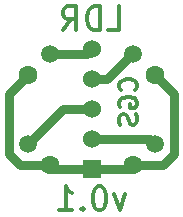
<source format=gbl>
G04 (created by PCBNEW (2013-mar-13)-testing) date vie 14 jun 2013 18:20:00 CEST*
%MOIN*%
G04 Gerber Fmt 3.4, Leading zero omitted, Abs format*
%FSLAX34Y34*%
G01*
G70*
G90*
G04 APERTURE LIST*
%ADD10C,0.005906*%
%ADD11C,0.011811*%
%ADD12C,0.062992*%
%ADD13C,0.059055*%
%ADD14R,0.060000X0.060000*%
%ADD15C,0.060000*%
%ADD16C,0.031496*%
G04 APERTURE END LIST*
G54D10*
G54D11*
X80710Y-56606D02*
X80739Y-56578D01*
X80767Y-56493D01*
X80767Y-56437D01*
X80739Y-56353D01*
X80682Y-56296D01*
X80626Y-56268D01*
X80514Y-56240D01*
X80429Y-56240D01*
X80317Y-56268D01*
X80260Y-56296D01*
X80204Y-56353D01*
X80176Y-56437D01*
X80176Y-56493D01*
X80204Y-56578D01*
X80232Y-56606D01*
X80204Y-57168D02*
X80176Y-57112D01*
X80176Y-57028D01*
X80204Y-56943D01*
X80260Y-56887D01*
X80317Y-56859D01*
X80429Y-56831D01*
X80514Y-56831D01*
X80626Y-56859D01*
X80682Y-56887D01*
X80739Y-56943D01*
X80767Y-57028D01*
X80767Y-57084D01*
X80739Y-57168D01*
X80710Y-57196D01*
X80514Y-57196D01*
X80514Y-57084D01*
X80739Y-57421D02*
X80767Y-57506D01*
X80767Y-57646D01*
X80739Y-57703D01*
X80710Y-57731D01*
X80654Y-57759D01*
X80598Y-57759D01*
X80542Y-57731D01*
X80514Y-57703D01*
X80485Y-57646D01*
X80457Y-57534D01*
X80429Y-57478D01*
X80401Y-57449D01*
X80345Y-57421D01*
X80289Y-57421D01*
X80232Y-57449D01*
X80204Y-57478D01*
X80176Y-57534D01*
X80176Y-57674D01*
X80204Y-57759D01*
X80374Y-60081D02*
X80187Y-60606D01*
X79999Y-60081D01*
X79549Y-59818D02*
X79474Y-59818D01*
X79399Y-59856D01*
X79362Y-59893D01*
X79324Y-59968D01*
X79287Y-60118D01*
X79287Y-60306D01*
X79324Y-60456D01*
X79362Y-60531D01*
X79399Y-60568D01*
X79474Y-60606D01*
X79549Y-60606D01*
X79624Y-60568D01*
X79662Y-60531D01*
X79699Y-60456D01*
X79737Y-60306D01*
X79737Y-60118D01*
X79699Y-59968D01*
X79662Y-59893D01*
X79624Y-59856D01*
X79549Y-59818D01*
X78950Y-60531D02*
X78912Y-60568D01*
X78950Y-60606D01*
X78987Y-60568D01*
X78950Y-60531D01*
X78950Y-60606D01*
X78162Y-60606D02*
X78612Y-60606D01*
X78387Y-60606D02*
X78387Y-59818D01*
X78462Y-59931D01*
X78537Y-60006D01*
X78612Y-60043D01*
X79793Y-54606D02*
X80168Y-54606D01*
X80168Y-53818D01*
X79531Y-54606D02*
X79531Y-53818D01*
X79343Y-53818D01*
X79231Y-53856D01*
X79156Y-53931D01*
X79118Y-54006D01*
X79081Y-54156D01*
X79081Y-54268D01*
X79118Y-54418D01*
X79156Y-54493D01*
X79231Y-54568D01*
X79343Y-54606D01*
X79531Y-54606D01*
X78293Y-54606D02*
X78556Y-54231D01*
X78743Y-54606D02*
X78743Y-53818D01*
X78443Y-53818D01*
X78368Y-53856D01*
X78331Y-53893D01*
X78293Y-53968D01*
X78293Y-54081D01*
X78331Y-54156D01*
X78368Y-54193D01*
X78443Y-54231D01*
X78743Y-54231D01*
G54D12*
X77146Y-56103D03*
G54D13*
X77853Y-55396D03*
G54D12*
X81353Y-56103D03*
G54D13*
X80646Y-55396D03*
G54D12*
X77853Y-59103D03*
G54D13*
X77146Y-58396D03*
G54D12*
X80646Y-59103D03*
G54D13*
X81353Y-58396D03*
G54D14*
X79250Y-59250D03*
G54D15*
X79250Y-58250D03*
X79250Y-57250D03*
X79250Y-56250D03*
X79250Y-55250D03*
G54D16*
X77853Y-59103D02*
X76853Y-59103D01*
X76500Y-56750D02*
X77146Y-56103D01*
X76500Y-58750D02*
X76500Y-56750D01*
X76853Y-59103D02*
X76500Y-58750D01*
X80646Y-59103D02*
X81646Y-59103D01*
X82000Y-56750D02*
X81353Y-56103D01*
X82000Y-58750D02*
X82000Y-56750D01*
X81646Y-59103D02*
X82000Y-58750D01*
X79250Y-59250D02*
X80500Y-59250D01*
X80500Y-59250D02*
X80646Y-59103D01*
X79250Y-59250D02*
X78000Y-59250D01*
X78000Y-59250D02*
X77853Y-59103D01*
X80646Y-55396D02*
X80603Y-55396D01*
X79750Y-56250D02*
X79250Y-56250D01*
X80603Y-55396D02*
X79750Y-56250D01*
X77853Y-55396D02*
X79103Y-55396D01*
X79103Y-55396D02*
X79250Y-55250D01*
X79250Y-57250D02*
X78292Y-57250D01*
X78292Y-57250D02*
X77146Y-58396D01*
X79250Y-58250D02*
X81207Y-58250D01*
X81207Y-58250D02*
X81353Y-58396D01*
M02*

</source>
